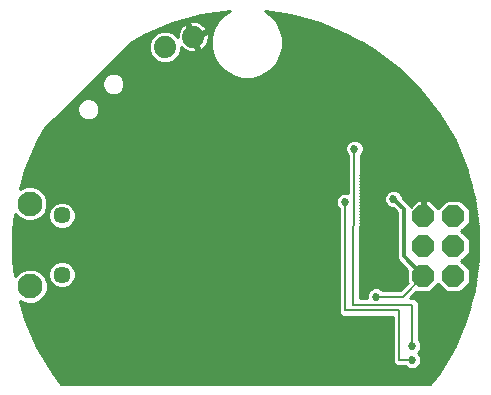
<source format=gbl>
G75*
%MOIN*%
%OFA0B0*%
%FSLAX25Y25*%
%IPPOS*%
%LPD*%
%AMOC8*
5,1,8,0,0,1.08239X$1,22.5*
%
%ADD10C,0.07400*%
%ADD11C,0.05709*%
%ADD12C,0.08268*%
%ADD13OC8,0.07400*%
%ADD14C,0.01000*%
%ADD15C,0.02700*%
%ADD16C,0.01200*%
%ADD17C,0.00800*%
D10*
X0057295Y0161306D03*
X0066686Y0164742D03*
D11*
X0022930Y0105144D03*
X0022930Y0085459D03*
D12*
X0012341Y0081524D03*
X0012295Y0109096D03*
D13*
X0143461Y0104976D03*
X0143461Y0094976D03*
X0143461Y0084976D03*
X0153461Y0084976D03*
X0153461Y0094976D03*
X0153461Y0104976D03*
D14*
X0022681Y0048933D02*
X0019823Y0052557D01*
X0014665Y0061283D01*
X0010717Y0070619D01*
X0009099Y0076553D01*
X0011181Y0075690D01*
X0013502Y0075690D01*
X0015646Y0076579D01*
X0017287Y0078220D01*
X0018175Y0080364D01*
X0018175Y0082685D01*
X0017287Y0084829D01*
X0015646Y0086470D01*
X0013502Y0087358D01*
X0011181Y0087358D01*
X0009036Y0086470D01*
X0007452Y0084886D01*
X0006712Y0090445D01*
X0006726Y0100581D01*
X0007424Y0105716D01*
X0008990Y0104150D01*
X0011135Y0103262D01*
X0013455Y0103262D01*
X0015600Y0104150D01*
X0017241Y0105791D01*
X0018129Y0107935D01*
X0018129Y0110256D01*
X0017241Y0112400D01*
X0015600Y0114041D01*
X0013455Y0114929D01*
X0011135Y0114929D01*
X0009039Y0114061D01*
X0010785Y0120396D01*
X0014758Y0129721D01*
X0017086Y0133950D01*
X0046182Y0163046D01*
X0050363Y0165369D01*
X0059583Y0169330D01*
X0069252Y0172012D01*
X0078879Y0173322D01*
X0077251Y0172383D01*
X0075017Y0170148D01*
X0073437Y0167412D01*
X0072620Y0164360D01*
X0072620Y0161200D01*
X0073437Y0158148D01*
X0075017Y0155412D01*
X0077251Y0153178D01*
X0079988Y0151598D01*
X0083040Y0150780D01*
X0086199Y0150780D01*
X0089251Y0151598D01*
X0091988Y0153178D01*
X0094222Y0155412D01*
X0095802Y0158148D01*
X0096620Y0161200D01*
X0096620Y0164360D01*
X0095802Y0167412D01*
X0094222Y0170148D01*
X0091988Y0172383D01*
X0090611Y0173177D01*
X0099174Y0172012D01*
X0108844Y0169330D01*
X0118064Y0165369D01*
X0121721Y0163336D01*
X0121722Y0163333D01*
X0122484Y0162911D01*
X0123232Y0162462D01*
X0123235Y0162463D01*
X0126889Y0160275D01*
X0135062Y0154200D01*
X0142357Y0147094D01*
X0148644Y0139083D01*
X0153812Y0130309D01*
X0157771Y0120926D01*
X0160449Y0111101D01*
X0161801Y0101008D01*
X0161801Y0090824D01*
X0160449Y0080731D01*
X0157771Y0070906D01*
X0153812Y0061523D01*
X0148644Y0052749D01*
X0145691Y0048986D01*
X0022681Y0048933D01*
X0021987Y0049813D02*
X0146339Y0049813D01*
X0147123Y0050811D02*
X0021200Y0050811D01*
X0020412Y0051810D02*
X0147907Y0051810D01*
X0148679Y0052808D02*
X0019675Y0052808D01*
X0019084Y0053807D02*
X0149267Y0053807D01*
X0149855Y0054805D02*
X0141904Y0054805D01*
X0142311Y0055212D02*
X0142775Y0056333D01*
X0142775Y0057546D01*
X0142311Y0058667D01*
X0141676Y0059302D01*
X0142311Y0059936D01*
X0142775Y0061057D01*
X0142775Y0062271D01*
X0142311Y0063392D01*
X0141825Y0063877D01*
X0141825Y0076313D01*
X0140595Y0077544D01*
X0138998Y0077544D01*
X0141128Y0079673D01*
X0141225Y0079576D01*
X0145698Y0079576D01*
X0148461Y0082340D01*
X0151225Y0079576D01*
X0155698Y0079576D01*
X0158861Y0082740D01*
X0158861Y0087213D01*
X0156098Y0089976D01*
X0158861Y0092740D01*
X0158861Y0097213D01*
X0156098Y0099976D01*
X0158861Y0102740D01*
X0158861Y0107213D01*
X0155698Y0110376D01*
X0151225Y0110376D01*
X0148320Y0107472D01*
X0145615Y0110176D01*
X0143961Y0110176D01*
X0143961Y0105476D01*
X0142961Y0105476D01*
X0142961Y0110176D01*
X0141307Y0110176D01*
X0139171Y0108039D01*
X0139171Y0108188D01*
X0137823Y0109535D01*
X0136476Y0110882D01*
X0136476Y0111286D01*
X0136011Y0112407D01*
X0135153Y0113265D01*
X0134032Y0113730D01*
X0132819Y0113730D01*
X0131698Y0113265D01*
X0130840Y0112407D01*
X0130376Y0111286D01*
X0130376Y0110073D01*
X0130840Y0108952D01*
X0131698Y0108094D01*
X0132819Y0107630D01*
X0133223Y0107630D01*
X0134571Y0106282D01*
X0134571Y0090534D01*
X0138061Y0087043D01*
X0138061Y0082740D01*
X0138158Y0082643D01*
X0135743Y0080228D01*
X0129929Y0080228D01*
X0129443Y0080713D01*
X0128322Y0081178D01*
X0127109Y0081178D01*
X0125987Y0080713D01*
X0125130Y0079855D01*
X0124665Y0078734D01*
X0124665Y0077544D01*
X0122156Y0077544D01*
X0122517Y0125182D01*
X0123019Y0125684D01*
X0123484Y0126805D01*
X0123484Y0128019D01*
X0123019Y0129140D01*
X0122161Y0129998D01*
X0121040Y0130462D01*
X0119827Y0130462D01*
X0118706Y0129998D01*
X0117848Y0129140D01*
X0117384Y0128019D01*
X0117384Y0126805D01*
X0117848Y0125684D01*
X0118317Y0125215D01*
X0118221Y0112609D01*
X0117891Y0112746D01*
X0116677Y0112746D01*
X0115556Y0112281D01*
X0114698Y0111423D01*
X0114234Y0110302D01*
X0114234Y0109089D01*
X0114698Y0107968D01*
X0115184Y0107482D01*
X0115184Y0072605D01*
X0116414Y0071375D01*
X0133294Y0071375D01*
X0133294Y0056070D01*
X0134524Y0054840D01*
X0137512Y0054840D01*
X0137997Y0054354D01*
X0139118Y0053890D01*
X0140332Y0053890D01*
X0141453Y0054354D01*
X0142311Y0055212D01*
X0142556Y0055804D02*
X0150443Y0055804D01*
X0151031Y0056802D02*
X0142775Y0056802D01*
X0142669Y0057801D02*
X0151620Y0057801D01*
X0152208Y0058799D02*
X0142179Y0058799D01*
X0142172Y0059798D02*
X0152796Y0059798D01*
X0153384Y0060796D02*
X0142667Y0060796D01*
X0142775Y0061795D02*
X0153927Y0061795D01*
X0154348Y0062793D02*
X0142558Y0062793D01*
X0141910Y0063792D02*
X0154769Y0063792D01*
X0155191Y0064790D02*
X0141825Y0064790D01*
X0141825Y0065789D02*
X0155612Y0065789D01*
X0156033Y0066787D02*
X0141825Y0066787D01*
X0141825Y0067786D02*
X0156455Y0067786D01*
X0156876Y0068784D02*
X0141825Y0068784D01*
X0141825Y0069783D02*
X0157297Y0069783D01*
X0157718Y0070781D02*
X0141825Y0070781D01*
X0141825Y0071780D02*
X0158009Y0071780D01*
X0158281Y0072778D02*
X0141825Y0072778D01*
X0141825Y0073777D02*
X0158554Y0073777D01*
X0158826Y0074775D02*
X0141825Y0074775D01*
X0141825Y0075774D02*
X0159098Y0075774D01*
X0159370Y0076772D02*
X0141366Y0076772D01*
X0140224Y0078769D02*
X0159915Y0078769D01*
X0159642Y0077771D02*
X0139226Y0077771D01*
X0136282Y0080767D02*
X0129314Y0080767D01*
X0126116Y0080767D02*
X0122180Y0080767D01*
X0122188Y0081765D02*
X0137280Y0081765D01*
X0138061Y0082764D02*
X0122195Y0082764D01*
X0122203Y0083762D02*
X0138061Y0083762D01*
X0138061Y0084761D02*
X0122210Y0084761D01*
X0122218Y0085759D02*
X0138061Y0085759D01*
X0138061Y0086758D02*
X0122226Y0086758D01*
X0122233Y0087756D02*
X0137349Y0087756D01*
X0136350Y0088755D02*
X0122241Y0088755D01*
X0122248Y0089753D02*
X0135352Y0089753D01*
X0134571Y0090752D02*
X0122256Y0090752D01*
X0122263Y0091750D02*
X0134571Y0091750D01*
X0134571Y0092749D02*
X0122271Y0092749D01*
X0122279Y0093747D02*
X0134571Y0093747D01*
X0134571Y0094746D02*
X0122286Y0094746D01*
X0122294Y0095744D02*
X0134571Y0095744D01*
X0134571Y0096743D02*
X0122301Y0096743D01*
X0122309Y0097741D02*
X0134571Y0097741D01*
X0134571Y0098740D02*
X0122316Y0098740D01*
X0122324Y0099738D02*
X0134571Y0099738D01*
X0134571Y0100737D02*
X0122332Y0100737D01*
X0122339Y0101735D02*
X0134571Y0101735D01*
X0134571Y0102734D02*
X0122347Y0102734D01*
X0122354Y0103732D02*
X0134571Y0103732D01*
X0134571Y0104731D02*
X0122362Y0104731D01*
X0122369Y0105729D02*
X0134571Y0105729D01*
X0134125Y0106728D02*
X0122377Y0106728D01*
X0122384Y0107726D02*
X0132586Y0107726D01*
X0131067Y0108725D02*
X0122392Y0108725D01*
X0122400Y0109723D02*
X0130521Y0109723D01*
X0130376Y0110722D02*
X0122407Y0110722D01*
X0122415Y0111720D02*
X0130555Y0111720D01*
X0131151Y0112719D02*
X0122422Y0112719D01*
X0122430Y0113717D02*
X0132789Y0113717D01*
X0134062Y0113717D02*
X0159736Y0113717D01*
X0160008Y0112719D02*
X0135700Y0112719D01*
X0136296Y0111720D02*
X0160281Y0111720D01*
X0160500Y0110722D02*
X0136636Y0110722D01*
X0137635Y0109723D02*
X0140855Y0109723D01*
X0139856Y0108725D02*
X0138633Y0108725D01*
X0142961Y0108725D02*
X0143961Y0108725D01*
X0143961Y0109723D02*
X0142961Y0109723D01*
X0142961Y0107726D02*
X0143961Y0107726D01*
X0143961Y0106728D02*
X0142961Y0106728D01*
X0142961Y0105729D02*
X0143961Y0105729D01*
X0147067Y0108725D02*
X0149573Y0108725D01*
X0148575Y0107726D02*
X0148065Y0107726D01*
X0146068Y0109723D02*
X0150572Y0109723D01*
X0156351Y0109723D02*
X0160634Y0109723D01*
X0160768Y0108725D02*
X0157350Y0108725D01*
X0158348Y0107726D02*
X0160901Y0107726D01*
X0161035Y0106728D02*
X0158861Y0106728D01*
X0158861Y0105729D02*
X0161169Y0105729D01*
X0161302Y0104731D02*
X0158861Y0104731D01*
X0158861Y0103732D02*
X0161436Y0103732D01*
X0161570Y0102734D02*
X0158856Y0102734D01*
X0157857Y0101735D02*
X0161703Y0101735D01*
X0161801Y0100737D02*
X0156859Y0100737D01*
X0156336Y0099738D02*
X0161801Y0099738D01*
X0161801Y0098740D02*
X0157335Y0098740D01*
X0158333Y0097741D02*
X0161801Y0097741D01*
X0161801Y0096743D02*
X0158861Y0096743D01*
X0158861Y0095744D02*
X0161801Y0095744D01*
X0161801Y0094746D02*
X0158861Y0094746D01*
X0158861Y0093747D02*
X0161801Y0093747D01*
X0161801Y0092749D02*
X0158861Y0092749D01*
X0157872Y0091750D02*
X0161801Y0091750D01*
X0161791Y0090752D02*
X0156873Y0090752D01*
X0156321Y0089753D02*
X0161657Y0089753D01*
X0161524Y0088755D02*
X0157320Y0088755D01*
X0158318Y0087756D02*
X0161390Y0087756D01*
X0161256Y0086758D02*
X0158861Y0086758D01*
X0158861Y0085759D02*
X0161123Y0085759D01*
X0160989Y0084761D02*
X0158861Y0084761D01*
X0158861Y0083762D02*
X0160855Y0083762D01*
X0160722Y0082764D02*
X0158861Y0082764D01*
X0157887Y0081765D02*
X0160588Y0081765D01*
X0160454Y0080767D02*
X0156888Y0080767D01*
X0155890Y0079768D02*
X0160187Y0079768D01*
X0151033Y0079768D02*
X0145890Y0079768D01*
X0146888Y0080767D02*
X0150034Y0080767D01*
X0149036Y0081765D02*
X0147887Y0081765D01*
X0133294Y0070781D02*
X0010673Y0070781D01*
X0010401Y0071780D02*
X0116009Y0071780D01*
X0115184Y0072778D02*
X0010128Y0072778D01*
X0009856Y0073777D02*
X0115184Y0073777D01*
X0115184Y0074775D02*
X0009584Y0074775D01*
X0009311Y0075774D02*
X0010979Y0075774D01*
X0013703Y0075774D02*
X0115184Y0075774D01*
X0115184Y0076772D02*
X0015840Y0076772D01*
X0016838Y0077771D02*
X0115184Y0077771D01*
X0115184Y0078769D02*
X0017515Y0078769D01*
X0017928Y0079768D02*
X0115184Y0079768D01*
X0115184Y0080767D02*
X0018175Y0080767D01*
X0018175Y0081765D02*
X0020183Y0081765D01*
X0020350Y0081598D02*
X0019069Y0082879D01*
X0018376Y0084553D01*
X0018376Y0086364D01*
X0019069Y0088038D01*
X0020350Y0089320D01*
X0022024Y0090013D01*
X0023836Y0090013D01*
X0025510Y0089320D01*
X0026791Y0088038D01*
X0027484Y0086364D01*
X0027484Y0084553D01*
X0026791Y0082879D01*
X0025510Y0081598D01*
X0023836Y0080904D01*
X0022024Y0080904D01*
X0020350Y0081598D01*
X0019184Y0082764D02*
X0018142Y0082764D01*
X0017729Y0083762D02*
X0018703Y0083762D01*
X0018376Y0084761D02*
X0017315Y0084761D01*
X0016357Y0085759D02*
X0018376Y0085759D01*
X0018539Y0086758D02*
X0014951Y0086758D01*
X0018952Y0087756D02*
X0007070Y0087756D01*
X0007203Y0086758D02*
X0009731Y0086758D01*
X0008326Y0085759D02*
X0007336Y0085759D01*
X0006937Y0088755D02*
X0019785Y0088755D01*
X0021397Y0089753D02*
X0006804Y0089753D01*
X0006712Y0090752D02*
X0115184Y0090752D01*
X0115184Y0091750D02*
X0006714Y0091750D01*
X0006715Y0092749D02*
X0115184Y0092749D01*
X0115184Y0093747D02*
X0006716Y0093747D01*
X0006718Y0094746D02*
X0115184Y0094746D01*
X0115184Y0095744D02*
X0006719Y0095744D01*
X0006720Y0096743D02*
X0115184Y0096743D01*
X0115184Y0097741D02*
X0006722Y0097741D01*
X0006723Y0098740D02*
X0115184Y0098740D01*
X0115184Y0099738D02*
X0006724Y0099738D01*
X0006747Y0100737D02*
X0021668Y0100737D01*
X0022024Y0100589D02*
X0020350Y0101283D01*
X0019069Y0102564D01*
X0018376Y0104238D01*
X0018376Y0106050D01*
X0019069Y0107723D01*
X0020350Y0109005D01*
X0022024Y0109698D01*
X0023836Y0109698D01*
X0025510Y0109005D01*
X0026791Y0107723D01*
X0027484Y0106050D01*
X0027484Y0104238D01*
X0026791Y0102564D01*
X0025510Y0101283D01*
X0023836Y0100589D01*
X0022024Y0100589D01*
X0024192Y0100737D02*
X0115184Y0100737D01*
X0115184Y0101735D02*
X0025962Y0101735D01*
X0026861Y0102734D02*
X0115184Y0102734D01*
X0115184Y0103732D02*
X0027275Y0103732D01*
X0027484Y0104731D02*
X0115184Y0104731D01*
X0115184Y0105729D02*
X0027484Y0105729D01*
X0027203Y0106728D02*
X0115184Y0106728D01*
X0114940Y0107726D02*
X0026788Y0107726D01*
X0025790Y0108725D02*
X0114385Y0108725D01*
X0114234Y0109723D02*
X0018129Y0109723D01*
X0018129Y0108725D02*
X0020071Y0108725D01*
X0019072Y0107726D02*
X0018042Y0107726D01*
X0017629Y0106728D02*
X0018657Y0106728D01*
X0018376Y0105729D02*
X0017179Y0105729D01*
X0016181Y0104731D02*
X0018376Y0104731D01*
X0018585Y0103732D02*
X0014592Y0103732D01*
X0018999Y0102734D02*
X0007018Y0102734D01*
X0007154Y0103732D02*
X0009998Y0103732D01*
X0008409Y0104731D02*
X0007290Y0104731D01*
X0006883Y0101735D02*
X0019898Y0101735D01*
X0017936Y0110722D02*
X0114408Y0110722D01*
X0114995Y0111720D02*
X0017522Y0111720D01*
X0016922Y0112719D02*
X0116613Y0112719D01*
X0117955Y0112719D02*
X0118222Y0112719D01*
X0118230Y0113717D02*
X0015923Y0113717D01*
X0013971Y0114716D02*
X0118237Y0114716D01*
X0118245Y0115714D02*
X0009495Y0115714D01*
X0009220Y0114716D02*
X0010619Y0114716D01*
X0009770Y0116713D02*
X0118252Y0116713D01*
X0118260Y0117711D02*
X0010045Y0117711D01*
X0010321Y0118710D02*
X0118268Y0118710D01*
X0118275Y0119708D02*
X0010596Y0119708D01*
X0010918Y0120707D02*
X0118283Y0120707D01*
X0118290Y0121705D02*
X0011343Y0121705D01*
X0011769Y0122704D02*
X0118298Y0122704D01*
X0118305Y0123702D02*
X0012194Y0123702D01*
X0012620Y0124701D02*
X0118313Y0124701D01*
X0117842Y0125700D02*
X0013045Y0125700D01*
X0013471Y0126698D02*
X0117428Y0126698D01*
X0117384Y0127697D02*
X0013896Y0127697D01*
X0014321Y0128695D02*
X0117664Y0128695D01*
X0118402Y0129694D02*
X0014747Y0129694D01*
X0015293Y0130692D02*
X0153587Y0130692D01*
X0154072Y0129694D02*
X0122465Y0129694D01*
X0123203Y0128695D02*
X0154493Y0128695D01*
X0154914Y0127697D02*
X0123484Y0127697D01*
X0123439Y0126698D02*
X0155336Y0126698D01*
X0155757Y0125700D02*
X0123025Y0125700D01*
X0122513Y0124701D02*
X0156178Y0124701D01*
X0156599Y0123702D02*
X0122505Y0123702D01*
X0122498Y0122704D02*
X0157021Y0122704D01*
X0157442Y0121705D02*
X0122490Y0121705D01*
X0122483Y0120707D02*
X0157831Y0120707D01*
X0158103Y0119708D02*
X0122475Y0119708D01*
X0122468Y0118710D02*
X0158375Y0118710D01*
X0158647Y0117711D02*
X0122460Y0117711D01*
X0122453Y0116713D02*
X0158919Y0116713D01*
X0159192Y0115714D02*
X0122445Y0115714D01*
X0122437Y0114716D02*
X0159464Y0114716D01*
X0152998Y0131691D02*
X0015843Y0131691D01*
X0016392Y0132689D02*
X0152410Y0132689D01*
X0151822Y0133688D02*
X0016942Y0133688D01*
X0017822Y0134686D02*
X0151234Y0134686D01*
X0150646Y0135685D02*
X0018821Y0135685D01*
X0019819Y0136683D02*
X0150057Y0136683D01*
X0149469Y0137682D02*
X0034106Y0137682D01*
X0033813Y0137389D02*
X0034874Y0138450D01*
X0035448Y0139836D01*
X0035448Y0141336D01*
X0034874Y0142722D01*
X0033813Y0143783D01*
X0032426Y0144358D01*
X0030926Y0144358D01*
X0029540Y0143783D01*
X0028479Y0142722D01*
X0027904Y0141336D01*
X0027904Y0139836D01*
X0028479Y0138450D01*
X0029540Y0137389D01*
X0030926Y0136814D01*
X0032426Y0136814D01*
X0033813Y0137389D01*
X0034969Y0138680D02*
X0148881Y0138680D01*
X0148176Y0139679D02*
X0035383Y0139679D01*
X0035448Y0140677D02*
X0147393Y0140677D01*
X0146609Y0141676D02*
X0035307Y0141676D01*
X0034894Y0142674D02*
X0145826Y0142674D01*
X0145042Y0143673D02*
X0033923Y0143673D01*
X0036963Y0146668D02*
X0029804Y0146668D01*
X0028806Y0145670D02*
X0038061Y0145670D01*
X0037891Y0145740D02*
X0039278Y0145166D01*
X0040778Y0145166D01*
X0042164Y0145740D01*
X0043225Y0146801D01*
X0043799Y0148187D01*
X0043799Y0149688D01*
X0043225Y0151074D01*
X0042164Y0152135D01*
X0040778Y0152709D01*
X0039278Y0152709D01*
X0037891Y0152135D01*
X0036830Y0151074D01*
X0036256Y0149688D01*
X0036256Y0148187D01*
X0036830Y0146801D01*
X0037891Y0145740D01*
X0036472Y0147667D02*
X0030803Y0147667D01*
X0031801Y0148665D02*
X0036256Y0148665D01*
X0036256Y0149664D02*
X0032800Y0149664D01*
X0033798Y0150662D02*
X0036660Y0150662D01*
X0037417Y0151661D02*
X0034797Y0151661D01*
X0035795Y0152659D02*
X0039157Y0152659D01*
X0040899Y0152659D02*
X0078150Y0152659D01*
X0076771Y0153658D02*
X0036794Y0153658D01*
X0037793Y0154656D02*
X0075773Y0154656D01*
X0074877Y0155655D02*
X0038791Y0155655D01*
X0039790Y0156653D02*
X0054415Y0156653D01*
X0054236Y0156728D02*
X0052717Y0158247D01*
X0051895Y0160232D01*
X0051895Y0162380D01*
X0052717Y0164365D01*
X0054236Y0165884D01*
X0056220Y0166706D01*
X0058369Y0166706D01*
X0060353Y0165884D01*
X0061486Y0164751D01*
X0061486Y0165152D01*
X0061614Y0165960D01*
X0061867Y0166738D01*
X0062238Y0167468D01*
X0062719Y0168130D01*
X0063298Y0168709D01*
X0063960Y0169190D01*
X0064437Y0169433D01*
X0066044Y0165040D01*
X0066983Y0165384D01*
X0065373Y0169783D01*
X0065468Y0169814D01*
X0066276Y0169942D01*
X0067095Y0169942D01*
X0067903Y0169814D01*
X0068682Y0169561D01*
X0069411Y0169190D01*
X0070073Y0168709D01*
X0070652Y0168130D01*
X0071133Y0167468D01*
X0071376Y0166991D01*
X0066983Y0165384D01*
X0067327Y0164445D01*
X0071727Y0166055D01*
X0071757Y0165960D01*
X0071886Y0165152D01*
X0071886Y0164333D01*
X0071757Y0163525D01*
X0071505Y0162746D01*
X0071133Y0162017D01*
X0070652Y0161355D01*
X0070073Y0160776D01*
X0069411Y0160295D01*
X0068934Y0160052D01*
X0067327Y0164445D01*
X0066388Y0164101D01*
X0067998Y0159701D01*
X0067903Y0159670D01*
X0067095Y0159542D01*
X0066276Y0159542D01*
X0065468Y0159670D01*
X0064689Y0159923D01*
X0063960Y0160295D01*
X0063298Y0160776D01*
X0062719Y0161355D01*
X0062695Y0161389D01*
X0062695Y0160232D01*
X0061872Y0158247D01*
X0060353Y0156728D01*
X0058369Y0155906D01*
X0056220Y0155906D01*
X0054236Y0156728D01*
X0053312Y0157652D02*
X0040788Y0157652D01*
X0041787Y0158650D02*
X0052550Y0158650D01*
X0052136Y0159649D02*
X0042785Y0159649D01*
X0043784Y0160647D02*
X0051895Y0160647D01*
X0051895Y0161646D02*
X0044782Y0161646D01*
X0045781Y0162644D02*
X0052004Y0162644D01*
X0052418Y0163643D02*
X0047256Y0163643D01*
X0049053Y0164641D02*
X0052994Y0164641D01*
X0053992Y0165640D02*
X0050993Y0165640D01*
X0053317Y0166638D02*
X0056058Y0166638D01*
X0055641Y0167637D02*
X0062361Y0167637D01*
X0061834Y0166638D02*
X0058531Y0166638D01*
X0057965Y0168636D02*
X0063225Y0168636D01*
X0064728Y0168636D02*
X0065793Y0168636D01*
X0065428Y0169634D02*
X0060677Y0169634D01*
X0064278Y0170633D02*
X0075501Y0170633D01*
X0074720Y0169634D02*
X0068458Y0169634D01*
X0070146Y0168636D02*
X0074144Y0168636D01*
X0073567Y0167637D02*
X0071010Y0167637D01*
X0070412Y0166638D02*
X0073230Y0166638D01*
X0072962Y0165640D02*
X0071808Y0165640D01*
X0071886Y0164641D02*
X0072695Y0164641D01*
X0072620Y0163643D02*
X0071776Y0163643D01*
X0071453Y0162644D02*
X0072620Y0162644D01*
X0072620Y0161646D02*
X0070863Y0161646D01*
X0069896Y0160647D02*
X0072768Y0160647D01*
X0073035Y0159649D02*
X0067768Y0159649D01*
X0067652Y0160647D02*
X0068716Y0160647D01*
X0068351Y0161646D02*
X0067286Y0161646D01*
X0066921Y0162644D02*
X0067986Y0162644D01*
X0067620Y0163643D02*
X0066555Y0163643D01*
X0067255Y0164641D02*
X0067865Y0164641D01*
X0067684Y0165640D02*
X0070594Y0165640D01*
X0066889Y0165640D02*
X0065825Y0165640D01*
X0065459Y0166638D02*
X0066524Y0166638D01*
X0066159Y0167637D02*
X0065094Y0167637D01*
X0061563Y0165640D02*
X0060597Y0165640D01*
X0062695Y0160647D02*
X0063475Y0160647D01*
X0062453Y0159649D02*
X0065603Y0159649D01*
X0062040Y0158650D02*
X0073303Y0158650D01*
X0073724Y0157652D02*
X0061278Y0157652D01*
X0060174Y0156653D02*
X0074300Y0156653D01*
X0079879Y0151661D02*
X0042638Y0151661D01*
X0043396Y0150662D02*
X0138694Y0150662D01*
X0139719Y0149664D02*
X0043799Y0149664D01*
X0043799Y0148665D02*
X0140744Y0148665D01*
X0141769Y0147667D02*
X0043584Y0147667D01*
X0043092Y0146668D02*
X0142691Y0146668D01*
X0143475Y0145670D02*
X0041994Y0145670D01*
X0029429Y0143673D02*
X0026809Y0143673D01*
X0027807Y0144671D02*
X0144258Y0144671D01*
X0137669Y0151661D02*
X0089360Y0151661D01*
X0091090Y0152659D02*
X0136644Y0152659D01*
X0135619Y0153658D02*
X0092468Y0153658D01*
X0093466Y0154656D02*
X0134449Y0154656D01*
X0133105Y0155655D02*
X0094362Y0155655D01*
X0094939Y0156653D02*
X0131762Y0156653D01*
X0130419Y0157652D02*
X0095515Y0157652D01*
X0095936Y0158650D02*
X0129075Y0158650D01*
X0127732Y0159649D02*
X0096204Y0159649D01*
X0096471Y0160647D02*
X0126268Y0160647D01*
X0124600Y0161646D02*
X0096620Y0161646D01*
X0096620Y0162644D02*
X0122928Y0162644D01*
X0121170Y0163643D02*
X0096620Y0163643D01*
X0096544Y0164641D02*
X0119373Y0164641D01*
X0117433Y0165640D02*
X0096277Y0165640D01*
X0096009Y0166638D02*
X0115109Y0166638D01*
X0112785Y0167637D02*
X0095672Y0167637D01*
X0095095Y0168636D02*
X0110461Y0168636D01*
X0107749Y0169634D02*
X0094519Y0169634D01*
X0093738Y0170633D02*
X0104148Y0170633D01*
X0100548Y0171631D02*
X0092739Y0171631D01*
X0091560Y0172630D02*
X0094637Y0172630D01*
X0077679Y0172630D02*
X0073789Y0172630D01*
X0076500Y0171631D02*
X0067878Y0171631D01*
X0029246Y0137682D02*
X0020818Y0137682D01*
X0021816Y0138680D02*
X0028383Y0138680D01*
X0027969Y0139679D02*
X0022815Y0139679D01*
X0023813Y0140677D02*
X0027904Y0140677D01*
X0028045Y0141676D02*
X0024812Y0141676D01*
X0025810Y0142674D02*
X0028459Y0142674D01*
X0024463Y0089753D02*
X0115184Y0089753D01*
X0115184Y0088755D02*
X0026075Y0088755D01*
X0026908Y0087756D02*
X0115184Y0087756D01*
X0115184Y0086758D02*
X0027322Y0086758D01*
X0027484Y0085759D02*
X0115184Y0085759D01*
X0115184Y0084761D02*
X0027484Y0084761D01*
X0027157Y0083762D02*
X0115184Y0083762D01*
X0115184Y0082764D02*
X0026676Y0082764D01*
X0025677Y0081765D02*
X0115184Y0081765D01*
X0122173Y0079768D02*
X0125093Y0079768D01*
X0124680Y0078769D02*
X0122165Y0078769D01*
X0122158Y0077771D02*
X0124665Y0077771D01*
X0133294Y0069783D02*
X0011071Y0069783D01*
X0011493Y0068784D02*
X0133294Y0068784D01*
X0133294Y0067786D02*
X0011915Y0067786D01*
X0012337Y0066787D02*
X0133294Y0066787D01*
X0133294Y0065789D02*
X0012760Y0065789D01*
X0013182Y0064790D02*
X0133294Y0064790D01*
X0133294Y0063792D02*
X0013604Y0063792D01*
X0014026Y0062793D02*
X0133294Y0062793D01*
X0133294Y0061795D02*
X0014449Y0061795D01*
X0014953Y0060796D02*
X0133294Y0060796D01*
X0133294Y0059798D02*
X0015543Y0059798D01*
X0016133Y0058799D02*
X0133294Y0058799D01*
X0133294Y0057801D02*
X0016723Y0057801D01*
X0017314Y0056802D02*
X0133294Y0056802D01*
X0133560Y0055804D02*
X0017904Y0055804D01*
X0018494Y0054805D02*
X0137546Y0054805D01*
D15*
X0139725Y0056940D03*
X0139725Y0061664D03*
X0134607Y0053790D03*
X0144843Y0071113D03*
X0127715Y0078128D03*
X0112166Y0090798D03*
X0112166Y0103396D03*
X0117284Y0109696D03*
X0133426Y0110680D03*
X0149961Y0115995D03*
X0149961Y0128593D03*
X0124764Y0141192D03*
X0112166Y0141192D03*
X0120434Y0127412D03*
X0099567Y0103396D03*
X0086969Y0103396D03*
X0086969Y0090798D03*
X0099567Y0090798D03*
X0086969Y0078199D03*
X0074371Y0078199D03*
X0074371Y0065601D03*
X0061772Y0065601D03*
X0061772Y0053003D03*
X0049174Y0053003D03*
X0061772Y0078199D03*
X0074371Y0090798D03*
X0055473Y0107727D03*
X0043268Y0107727D03*
X0033819Y0107727D03*
X0023977Y0115995D03*
X0011378Y0115995D03*
X0060985Y0128593D03*
X0074371Y0128593D03*
X0086969Y0128593D03*
X0086969Y0141192D03*
X0074371Y0141192D03*
X0074371Y0153790D03*
X0099567Y0153790D03*
X0099567Y0166388D03*
X0112166Y0166388D03*
X0023977Y0053003D03*
X0109804Y0051034D03*
X0113741Y0051034D03*
D16*
X0143268Y0085089D02*
X0143461Y0084976D01*
X0143268Y0085089D02*
X0136871Y0091487D01*
X0136871Y0107235D01*
X0133426Y0110680D01*
D17*
X0120434Y0127412D02*
X0120040Y0075444D01*
X0139725Y0075444D01*
X0139725Y0061664D01*
X0139725Y0056940D02*
X0135394Y0056940D01*
X0135394Y0073475D01*
X0117284Y0073475D01*
X0117284Y0109696D01*
X0117215Y0109696D01*
X0143461Y0084976D02*
X0136613Y0078128D01*
X0127715Y0078128D01*
M02*

</source>
